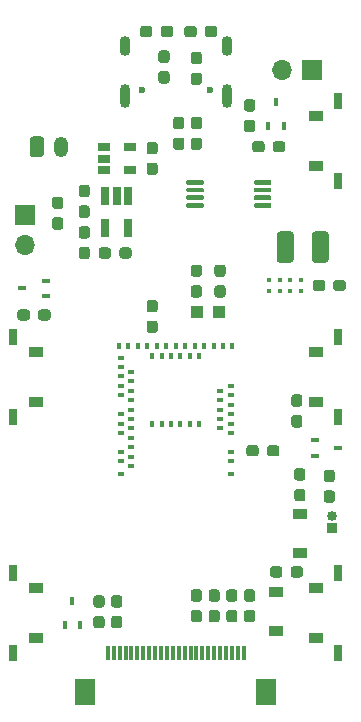
<source format=gbr>
%TF.GenerationSoftware,KiCad,Pcbnew,(5.99.0-2309-gaf729d578)*%
%TF.CreationDate,2020-07-18T18:02:02-04:00*%
%TF.ProjectId,mk2,6d6b322e-6b69-4636-9164-5f7063625858,rev?*%
%TF.SameCoordinates,Original*%
%TF.FileFunction,Soldermask,Top*%
%TF.FilePolarity,Negative*%
%FSLAX46Y46*%
G04 Gerber Fmt 4.6, Leading zero omitted, Abs format (unit mm)*
G04 Created by KiCad (PCBNEW (5.99.0-2309-gaf729d578)) date 2020-07-18 18:02:02*
%MOMM*%
%LPD*%
G01*
G04 APERTURE LIST*
%ADD10O,1.200000X1.750000*%
%ADD11O,0.850000X0.850000*%
%ADD12R,0.850000X0.850000*%
%ADD13R,0.700000X0.450000*%
%ADD14C,0.600000*%
%ADD15O,0.900000X1.700000*%
%ADD16O,0.900000X2.000000*%
%ADD17R,0.800000X1.450000*%
%ADD18R,1.270000X0.900000*%
%ADD19R,0.450000X0.700000*%
%ADD20O,1.700000X1.700000*%
%ADD21R,1.700000X1.700000*%
%ADD22R,1.050000X1.100000*%
%ADD23R,1.060000X0.650000*%
%ADD24R,0.650000X1.560000*%
%ADD25R,0.300000X1.300000*%
%ADD26R,1.800000X2.200000*%
%ADD27R,0.400000X0.420000*%
%ADD28R,0.600000X0.400000*%
%ADD29R,0.400000X0.600000*%
%ADD30R,1.200000X0.900000*%
G04 APERTURE END LIST*
D10*
%TO.C,BT1*%
X15250000Y-20500000D03*
G36*
G01*
X12650000Y-21125000D02*
X12650000Y-19875000D01*
G75*
G02*
X12900000Y-19625000I250000J0D01*
G01*
X13600000Y-19625000D01*
G75*
G02*
X13850000Y-19875000I0J-250000D01*
G01*
X13850000Y-21125000D01*
G75*
G02*
X13600000Y-21375000I-250000J0D01*
G01*
X12900000Y-21375000D01*
G75*
G02*
X12650000Y-21125000I0J250000D01*
G01*
G37*
%TD*%
D11*
%TO.C,J3*%
X38250000Y-51750000D03*
D12*
X38250000Y-52750000D03*
%TD*%
%TO.C,R16*%
G36*
G01*
X35487500Y-42525000D02*
X35012500Y-42525000D01*
G75*
G02*
X34775000Y-42287500I0J237500D01*
G01*
X34775000Y-41712500D01*
G75*
G02*
X35012500Y-41475000I237500J0D01*
G01*
X35487500Y-41475000D01*
G75*
G02*
X35725000Y-41712500I0J-237500D01*
G01*
X35725000Y-42287500D01*
G75*
G02*
X35487500Y-42525000I-237500J0D01*
G01*
G37*
G36*
G01*
X35487500Y-44275000D02*
X35012500Y-44275000D01*
G75*
G02*
X34775000Y-44037500I0J237500D01*
G01*
X34775000Y-43462500D01*
G75*
G02*
X35012500Y-43225000I237500J0D01*
G01*
X35487500Y-43225000D01*
G75*
G02*
X35725000Y-43462500I0J-237500D01*
G01*
X35725000Y-44037500D01*
G75*
G02*
X35487500Y-44275000I-237500J0D01*
G01*
G37*
%TD*%
%TO.C,R15*%
G36*
G01*
X37762500Y-49600000D02*
X38237500Y-49600000D01*
G75*
G02*
X38475000Y-49837500I0J-237500D01*
G01*
X38475000Y-50412500D01*
G75*
G02*
X38237500Y-50650000I-237500J0D01*
G01*
X37762500Y-50650000D01*
G75*
G02*
X37525000Y-50412500I0J237500D01*
G01*
X37525000Y-49837500D01*
G75*
G02*
X37762500Y-49600000I237500J0D01*
G01*
G37*
G36*
G01*
X37762500Y-47850000D02*
X38237500Y-47850000D01*
G75*
G02*
X38475000Y-48087500I0J-237500D01*
G01*
X38475000Y-48662500D01*
G75*
G02*
X38237500Y-48900000I-237500J0D01*
G01*
X37762500Y-48900000D01*
G75*
G02*
X37525000Y-48662500I0J237500D01*
G01*
X37525000Y-48087500D01*
G75*
G02*
X37762500Y-47850000I237500J0D01*
G01*
G37*
%TD*%
D13*
%TO.C,Q4*%
X38750000Y-46000000D03*
X36750000Y-46650000D03*
X36750000Y-45350000D03*
%TD*%
D14*
%TO.C,J2*%
X22110000Y-15700000D03*
X27890000Y-15700000D03*
D15*
X29320000Y-12010000D03*
X20680000Y-12010000D03*
D16*
X29320000Y-16180000D03*
X20680000Y-16180000D03*
%TD*%
D17*
%TO.C,SW5*%
X11250000Y-63375000D03*
X11250000Y-56625000D03*
D18*
X13135000Y-62100000D03*
X13135000Y-57900000D03*
%TD*%
D17*
%TO.C,SW4*%
X11250000Y-43375000D03*
X11250000Y-36625000D03*
D18*
X13135000Y-42100000D03*
X13135000Y-37900000D03*
%TD*%
D17*
%TO.C,SW3*%
X38750000Y-56625000D03*
X38750000Y-63375000D03*
D18*
X36865000Y-57900000D03*
X36865000Y-62100000D03*
%TD*%
D17*
%TO.C,SW2*%
X38750000Y-36625000D03*
X38750000Y-43375000D03*
D18*
X36865000Y-37900000D03*
X36865000Y-42100000D03*
%TD*%
D17*
%TO.C,SW1*%
X38750000Y-16625000D03*
X38750000Y-23375000D03*
D18*
X36865000Y-17900000D03*
X36865000Y-22100000D03*
%TD*%
%TO.C,R14*%
G36*
G01*
X33225000Y-20737500D02*
X33225000Y-20262500D01*
G75*
G02*
X33462500Y-20025000I237500J0D01*
G01*
X34037500Y-20025000D01*
G75*
G02*
X34275000Y-20262500I0J-237500D01*
G01*
X34275000Y-20737500D01*
G75*
G02*
X34037500Y-20975000I-237500J0D01*
G01*
X33462500Y-20975000D01*
G75*
G02*
X33225000Y-20737500I0J237500D01*
G01*
G37*
G36*
G01*
X31475000Y-20737500D02*
X31475000Y-20262500D01*
G75*
G02*
X31712500Y-20025000I237500J0D01*
G01*
X32287500Y-20025000D01*
G75*
G02*
X32525000Y-20262500I0J-237500D01*
G01*
X32525000Y-20737500D01*
G75*
G02*
X32287500Y-20975000I-237500J0D01*
G01*
X31712500Y-20975000D01*
G75*
G02*
X31475000Y-20737500I0J237500D01*
G01*
G37*
%TD*%
%TO.C,R13*%
G36*
G01*
X31487500Y-17525000D02*
X31012500Y-17525000D01*
G75*
G02*
X30775000Y-17287500I0J237500D01*
G01*
X30775000Y-16712500D01*
G75*
G02*
X31012500Y-16475000I237500J0D01*
G01*
X31487500Y-16475000D01*
G75*
G02*
X31725000Y-16712500I0J-237500D01*
G01*
X31725000Y-17287500D01*
G75*
G02*
X31487500Y-17525000I-237500J0D01*
G01*
G37*
G36*
G01*
X31487500Y-19275000D02*
X31012500Y-19275000D01*
G75*
G02*
X30775000Y-19037500I0J237500D01*
G01*
X30775000Y-18462500D01*
G75*
G02*
X31012500Y-18225000I237500J0D01*
G01*
X31487500Y-18225000D01*
G75*
G02*
X31725000Y-18462500I0J-237500D01*
G01*
X31725000Y-19037500D01*
G75*
G02*
X31487500Y-19275000I-237500J0D01*
G01*
G37*
%TD*%
%TO.C,R2*%
G36*
G01*
X14762500Y-26475000D02*
X15237500Y-26475000D01*
G75*
G02*
X15475000Y-26712500I0J-237500D01*
G01*
X15475000Y-27287500D01*
G75*
G02*
X15237500Y-27525000I-237500J0D01*
G01*
X14762500Y-27525000D01*
G75*
G02*
X14525000Y-27287500I0J237500D01*
G01*
X14525000Y-26712500D01*
G75*
G02*
X14762500Y-26475000I237500J0D01*
G01*
G37*
G36*
G01*
X14762500Y-24725000D02*
X15237500Y-24725000D01*
G75*
G02*
X15475000Y-24962500I0J-237500D01*
G01*
X15475000Y-25537500D01*
G75*
G02*
X15237500Y-25775000I-237500J0D01*
G01*
X14762500Y-25775000D01*
G75*
G02*
X14525000Y-25537500I0J237500D01*
G01*
X14525000Y-24962500D01*
G75*
G02*
X14762500Y-24725000I237500J0D01*
G01*
G37*
%TD*%
%TO.C,R1*%
G36*
G01*
X12650000Y-34512500D02*
X12650000Y-34987500D01*
G75*
G02*
X12412500Y-35225000I-237500J0D01*
G01*
X11837500Y-35225000D01*
G75*
G02*
X11600000Y-34987500I0J237500D01*
G01*
X11600000Y-34512500D01*
G75*
G02*
X11837500Y-34275000I237500J0D01*
G01*
X12412500Y-34275000D01*
G75*
G02*
X12650000Y-34512500I0J-237500D01*
G01*
G37*
G36*
G01*
X14400000Y-34512500D02*
X14400000Y-34987500D01*
G75*
G02*
X14162500Y-35225000I-237500J0D01*
G01*
X13587500Y-35225000D01*
G75*
G02*
X13350000Y-34987500I0J237500D01*
G01*
X13350000Y-34512500D01*
G75*
G02*
X13587500Y-34275000I237500J0D01*
G01*
X14162500Y-34275000D01*
G75*
G02*
X14400000Y-34512500I0J-237500D01*
G01*
G37*
%TD*%
D19*
%TO.C,Q3*%
X33500000Y-16750000D03*
X34150000Y-18750000D03*
X32850000Y-18750000D03*
%TD*%
D13*
%TO.C,Q2*%
X12000000Y-32500000D03*
X14000000Y-31850000D03*
X14000000Y-33150000D03*
%TD*%
D20*
%TO.C,D8*%
X33960000Y-14000000D03*
D21*
X36500000Y-14000000D03*
%TD*%
D20*
%TO.C,D7*%
X12250000Y-28790000D03*
D21*
X12250000Y-26250000D03*
%TD*%
%TO.C,C5*%
G36*
G01*
X36525000Y-30074999D02*
X36525000Y-27925001D01*
G75*
G02*
X36775001Y-27675000I250001J0D01*
G01*
X37699999Y-27675000D01*
G75*
G02*
X37950000Y-27925001I0J-250001D01*
G01*
X37950000Y-30074999D01*
G75*
G02*
X37699999Y-30325000I-250001J0D01*
G01*
X36775001Y-30325000D01*
G75*
G02*
X36525000Y-30074999I0J250001D01*
G01*
G37*
G36*
G01*
X33550000Y-30074999D02*
X33550000Y-27925001D01*
G75*
G02*
X33800001Y-27675000I250001J0D01*
G01*
X34724999Y-27675000D01*
G75*
G02*
X34975000Y-27925001I0J-250001D01*
G01*
X34975000Y-30074999D01*
G75*
G02*
X34724999Y-30325000I-250001J0D01*
G01*
X33800001Y-30325000D01*
G75*
G02*
X33550000Y-30074999I0J250001D01*
G01*
G37*
%TD*%
D22*
%TO.C,Y1*%
X28675000Y-34500000D03*
X26825000Y-34500000D03*
%TD*%
D23*
%TO.C,U3*%
X21100000Y-20550000D03*
X21100000Y-22450000D03*
X18900000Y-22450000D03*
X18900000Y-21500000D03*
X18900000Y-20550000D03*
%TD*%
D24*
%TO.C,U2*%
X20950000Y-27350000D03*
X19050000Y-27350000D03*
X19050000Y-24650000D03*
X20000000Y-24650000D03*
X20950000Y-24650000D03*
%TD*%
%TO.C,U1*%
G36*
G01*
X27375000Y-25375000D02*
X27375000Y-25575000D01*
G75*
G02*
X27275000Y-25675000I-100000J0D01*
G01*
X26000000Y-25675000D01*
G75*
G02*
X25900000Y-25575000I0J100000D01*
G01*
X25900000Y-25375000D01*
G75*
G02*
X26000000Y-25275000I100000J0D01*
G01*
X27275000Y-25275000D01*
G75*
G02*
X27375000Y-25375000I0J-100000D01*
G01*
G37*
G36*
G01*
X27375000Y-24725000D02*
X27375000Y-24925000D01*
G75*
G02*
X27275000Y-25025000I-100000J0D01*
G01*
X26000000Y-25025000D01*
G75*
G02*
X25900000Y-24925000I0J100000D01*
G01*
X25900000Y-24725000D01*
G75*
G02*
X26000000Y-24625000I100000J0D01*
G01*
X27275000Y-24625000D01*
G75*
G02*
X27375000Y-24725000I0J-100000D01*
G01*
G37*
G36*
G01*
X27375000Y-24075000D02*
X27375000Y-24275000D01*
G75*
G02*
X27275000Y-24375000I-100000J0D01*
G01*
X26000000Y-24375000D01*
G75*
G02*
X25900000Y-24275000I0J100000D01*
G01*
X25900000Y-24075000D01*
G75*
G02*
X26000000Y-23975000I100000J0D01*
G01*
X27275000Y-23975000D01*
G75*
G02*
X27375000Y-24075000I0J-100000D01*
G01*
G37*
G36*
G01*
X27375000Y-23425000D02*
X27375000Y-23625000D01*
G75*
G02*
X27275000Y-23725000I-100000J0D01*
G01*
X26000000Y-23725000D01*
G75*
G02*
X25900000Y-23625000I0J100000D01*
G01*
X25900000Y-23425000D01*
G75*
G02*
X26000000Y-23325000I100000J0D01*
G01*
X27275000Y-23325000D01*
G75*
G02*
X27375000Y-23425000I0J-100000D01*
G01*
G37*
G36*
G01*
X33100000Y-23425000D02*
X33100000Y-23625000D01*
G75*
G02*
X33000000Y-23725000I-100000J0D01*
G01*
X31725000Y-23725000D01*
G75*
G02*
X31625000Y-23625000I0J100000D01*
G01*
X31625000Y-23425000D01*
G75*
G02*
X31725000Y-23325000I100000J0D01*
G01*
X33000000Y-23325000D01*
G75*
G02*
X33100000Y-23425000I0J-100000D01*
G01*
G37*
G36*
G01*
X33100000Y-24075000D02*
X33100000Y-24275000D01*
G75*
G02*
X33000000Y-24375000I-100000J0D01*
G01*
X31725000Y-24375000D01*
G75*
G02*
X31625000Y-24275000I0J100000D01*
G01*
X31625000Y-24075000D01*
G75*
G02*
X31725000Y-23975000I100000J0D01*
G01*
X33000000Y-23975000D01*
G75*
G02*
X33100000Y-24075000I0J-100000D01*
G01*
G37*
G36*
G01*
X33100000Y-24725000D02*
X33100000Y-24925000D01*
G75*
G02*
X33000000Y-25025000I-100000J0D01*
G01*
X31725000Y-25025000D01*
G75*
G02*
X31625000Y-24925000I0J100000D01*
G01*
X31625000Y-24725000D01*
G75*
G02*
X31725000Y-24625000I100000J0D01*
G01*
X33000000Y-24625000D01*
G75*
G02*
X33100000Y-24725000I0J-100000D01*
G01*
G37*
G36*
G01*
X33100000Y-25375000D02*
X33100000Y-25575000D01*
G75*
G02*
X33000000Y-25675000I-100000J0D01*
G01*
X31725000Y-25675000D01*
G75*
G02*
X31625000Y-25575000I0J100000D01*
G01*
X31625000Y-25375000D01*
G75*
G02*
X31725000Y-25275000I100000J0D01*
G01*
X33000000Y-25275000D01*
G75*
G02*
X33100000Y-25375000I0J-100000D01*
G01*
G37*
%TD*%
%TO.C,R12*%
G36*
G01*
X26987500Y-13525000D02*
X26512500Y-13525000D01*
G75*
G02*
X26275000Y-13287500I0J237500D01*
G01*
X26275000Y-12712500D01*
G75*
G02*
X26512500Y-12475000I237500J0D01*
G01*
X26987500Y-12475000D01*
G75*
G02*
X27225000Y-12712500I0J-237500D01*
G01*
X27225000Y-13287500D01*
G75*
G02*
X26987500Y-13525000I-237500J0D01*
G01*
G37*
G36*
G01*
X26987500Y-15275000D02*
X26512500Y-15275000D01*
G75*
G02*
X26275000Y-15037500I0J237500D01*
G01*
X26275000Y-14462500D01*
G75*
G02*
X26512500Y-14225000I237500J0D01*
G01*
X26987500Y-14225000D01*
G75*
G02*
X27225000Y-14462500I0J-237500D01*
G01*
X27225000Y-15037500D01*
G75*
G02*
X26987500Y-15275000I-237500J0D01*
G01*
G37*
%TD*%
%TO.C,R11*%
G36*
G01*
X24237500Y-13400000D02*
X23762500Y-13400000D01*
G75*
G02*
X23525000Y-13162500I0J237500D01*
G01*
X23525000Y-12587500D01*
G75*
G02*
X23762500Y-12350000I237500J0D01*
G01*
X24237500Y-12350000D01*
G75*
G02*
X24475000Y-12587500I0J-237500D01*
G01*
X24475000Y-13162500D01*
G75*
G02*
X24237500Y-13400000I-237500J0D01*
G01*
G37*
G36*
G01*
X24237500Y-15150000D02*
X23762500Y-15150000D01*
G75*
G02*
X23525000Y-14912500I0J237500D01*
G01*
X23525000Y-14337500D01*
G75*
G02*
X23762500Y-14100000I237500J0D01*
G01*
X24237500Y-14100000D01*
G75*
G02*
X24475000Y-14337500I0J-237500D01*
G01*
X24475000Y-14912500D01*
G75*
G02*
X24237500Y-15150000I-237500J0D01*
G01*
G37*
%TD*%
%TO.C,R10*%
G36*
G01*
X26775000Y-10512500D02*
X26775000Y-10987500D01*
G75*
G02*
X26537500Y-11225000I-237500J0D01*
G01*
X25962500Y-11225000D01*
G75*
G02*
X25725000Y-10987500I0J237500D01*
G01*
X25725000Y-10512500D01*
G75*
G02*
X25962500Y-10275000I237500J0D01*
G01*
X26537500Y-10275000D01*
G75*
G02*
X26775000Y-10512500I0J-237500D01*
G01*
G37*
G36*
G01*
X28525000Y-10512500D02*
X28525000Y-10987500D01*
G75*
G02*
X28287500Y-11225000I-237500J0D01*
G01*
X27712500Y-11225000D01*
G75*
G02*
X27475000Y-10987500I0J237500D01*
G01*
X27475000Y-10512500D01*
G75*
G02*
X27712500Y-10275000I237500J0D01*
G01*
X28287500Y-10275000D01*
G75*
G02*
X28525000Y-10512500I0J-237500D01*
G01*
G37*
%TD*%
%TO.C,R9*%
G36*
G01*
X22762500Y-21850000D02*
X23237500Y-21850000D01*
G75*
G02*
X23475000Y-22087500I0J-237500D01*
G01*
X23475000Y-22662500D01*
G75*
G02*
X23237500Y-22900000I-237500J0D01*
G01*
X22762500Y-22900000D01*
G75*
G02*
X22525000Y-22662500I0J237500D01*
G01*
X22525000Y-22087500D01*
G75*
G02*
X22762500Y-21850000I237500J0D01*
G01*
G37*
G36*
G01*
X22762500Y-20100000D02*
X23237500Y-20100000D01*
G75*
G02*
X23475000Y-20337500I0J-237500D01*
G01*
X23475000Y-20912500D01*
G75*
G02*
X23237500Y-21150000I-237500J0D01*
G01*
X22762500Y-21150000D01*
G75*
G02*
X22525000Y-20912500I0J237500D01*
G01*
X22525000Y-20337500D01*
G75*
G02*
X22762500Y-20100000I237500J0D01*
G01*
G37*
%TD*%
%TO.C,R5*%
G36*
G01*
X32025000Y-46012500D02*
X32025000Y-46487500D01*
G75*
G02*
X31787500Y-46725000I-237500J0D01*
G01*
X31212500Y-46725000D01*
G75*
G02*
X30975000Y-46487500I0J237500D01*
G01*
X30975000Y-46012500D01*
G75*
G02*
X31212500Y-45775000I237500J0D01*
G01*
X31787500Y-45775000D01*
G75*
G02*
X32025000Y-46012500I0J-237500D01*
G01*
G37*
G36*
G01*
X33775000Y-46012500D02*
X33775000Y-46487500D01*
G75*
G02*
X33537500Y-46725000I-237500J0D01*
G01*
X32962500Y-46725000D01*
G75*
G02*
X32725000Y-46487500I0J237500D01*
G01*
X32725000Y-46012500D01*
G75*
G02*
X32962500Y-45775000I237500J0D01*
G01*
X33537500Y-45775000D01*
G75*
G02*
X33775000Y-46012500I0J-237500D01*
G01*
G37*
%TD*%
%TO.C,R4*%
G36*
G01*
X26987500Y-19025000D02*
X26512500Y-19025000D01*
G75*
G02*
X26275000Y-18787500I0J237500D01*
G01*
X26275000Y-18212500D01*
G75*
G02*
X26512500Y-17975000I237500J0D01*
G01*
X26987500Y-17975000D01*
G75*
G02*
X27225000Y-18212500I0J-237500D01*
G01*
X27225000Y-18787500D01*
G75*
G02*
X26987500Y-19025000I-237500J0D01*
G01*
G37*
G36*
G01*
X26987500Y-20775000D02*
X26512500Y-20775000D01*
G75*
G02*
X26275000Y-20537500I0J237500D01*
G01*
X26275000Y-19962500D01*
G75*
G02*
X26512500Y-19725000I237500J0D01*
G01*
X26987500Y-19725000D01*
G75*
G02*
X27225000Y-19962500I0J-237500D01*
G01*
X27225000Y-20537500D01*
G75*
G02*
X26987500Y-20775000I-237500J0D01*
G01*
G37*
%TD*%
%TO.C,R3*%
G36*
G01*
X25487500Y-19025000D02*
X25012500Y-19025000D01*
G75*
G02*
X24775000Y-18787500I0J237500D01*
G01*
X24775000Y-18212500D01*
G75*
G02*
X25012500Y-17975000I237500J0D01*
G01*
X25487500Y-17975000D01*
G75*
G02*
X25725000Y-18212500I0J-237500D01*
G01*
X25725000Y-18787500D01*
G75*
G02*
X25487500Y-19025000I-237500J0D01*
G01*
G37*
G36*
G01*
X25487500Y-20775000D02*
X25012500Y-20775000D01*
G75*
G02*
X24775000Y-20537500I0J237500D01*
G01*
X24775000Y-19962500D01*
G75*
G02*
X25012500Y-19725000I237500J0D01*
G01*
X25487500Y-19725000D01*
G75*
G02*
X25725000Y-19962500I0J-237500D01*
G01*
X25725000Y-20537500D01*
G75*
G02*
X25487500Y-20775000I-237500J0D01*
G01*
G37*
%TD*%
D19*
%TO.C,Q1*%
X16250000Y-59000000D03*
X16900000Y-61000000D03*
X15600000Y-61000000D03*
%TD*%
%TO.C,L2*%
G36*
G01*
X35262500Y-49475000D02*
X35737500Y-49475000D01*
G75*
G02*
X35975000Y-49712500I0J-237500D01*
G01*
X35975000Y-50287500D01*
G75*
G02*
X35737500Y-50525000I-237500J0D01*
G01*
X35262500Y-50525000D01*
G75*
G02*
X35025000Y-50287500I0J237500D01*
G01*
X35025000Y-49712500D01*
G75*
G02*
X35262500Y-49475000I237500J0D01*
G01*
G37*
G36*
G01*
X35262500Y-47725000D02*
X35737500Y-47725000D01*
G75*
G02*
X35975000Y-47962500I0J-237500D01*
G01*
X35975000Y-48537500D01*
G75*
G02*
X35737500Y-48775000I-237500J0D01*
G01*
X35262500Y-48775000D01*
G75*
G02*
X35025000Y-48537500I0J237500D01*
G01*
X35025000Y-47962500D01*
G75*
G02*
X35262500Y-47725000I237500J0D01*
G01*
G37*
%TD*%
%TO.C,L1*%
G36*
G01*
X19525000Y-29262500D02*
X19525000Y-29737500D01*
G75*
G02*
X19287500Y-29975000I-237500J0D01*
G01*
X18712500Y-29975000D01*
G75*
G02*
X18475000Y-29737500I0J237500D01*
G01*
X18475000Y-29262500D01*
G75*
G02*
X18712500Y-29025000I237500J0D01*
G01*
X19287500Y-29025000D01*
G75*
G02*
X19525000Y-29262500I0J-237500D01*
G01*
G37*
G36*
G01*
X21275000Y-29262500D02*
X21275000Y-29737500D01*
G75*
G02*
X21037500Y-29975000I-237500J0D01*
G01*
X20462500Y-29975000D01*
G75*
G02*
X20225000Y-29737500I0J237500D01*
G01*
X20225000Y-29262500D01*
G75*
G02*
X20462500Y-29025000I237500J0D01*
G01*
X21037500Y-29025000D01*
G75*
G02*
X21275000Y-29262500I0J-237500D01*
G01*
G37*
%TD*%
D25*
%TO.C,J1*%
X30750000Y-63400000D03*
X30250000Y-63400000D03*
X29750000Y-63400000D03*
X29250000Y-63400000D03*
X28750000Y-63400000D03*
X28250000Y-63400000D03*
X27750000Y-63400000D03*
X27250000Y-63400000D03*
X26750000Y-63400000D03*
X26250000Y-63400000D03*
X25750000Y-63400000D03*
X25250000Y-63400000D03*
X24750000Y-63400000D03*
X24250000Y-63400000D03*
X23750000Y-63400000D03*
X23250000Y-63400000D03*
X22750000Y-63400000D03*
X22250000Y-63400000D03*
X21750000Y-63400000D03*
X21250000Y-63400000D03*
X20750000Y-63400000D03*
X20250000Y-63400000D03*
X19750000Y-63400000D03*
X19250000Y-63400000D03*
D26*
X17350000Y-66650000D03*
X32650000Y-66650000D03*
%TD*%
D27*
%TO.C,IC2*%
X35600000Y-32700000D03*
X34700000Y-32700000D03*
X33800000Y-32700000D03*
X32900000Y-32700000D03*
X35600000Y-31800000D03*
X34700000Y-31800000D03*
X33800000Y-31800000D03*
X32900000Y-31800000D03*
%TD*%
D28*
%TO.C,IC1*%
X29650000Y-48250000D03*
X29650000Y-47150000D03*
X29650000Y-46350000D03*
X29650000Y-44750000D03*
X28750000Y-44350000D03*
X29650000Y-43950000D03*
X28750000Y-43550000D03*
X29650000Y-43150000D03*
X28750000Y-42750000D03*
X29650000Y-42350000D03*
X28750000Y-41950000D03*
X29650000Y-41550000D03*
X28750000Y-41150000D03*
X29650000Y-40750000D03*
D29*
X29800000Y-37350000D03*
X29000000Y-37350000D03*
X28200000Y-37350000D03*
X27400000Y-37350000D03*
X27000000Y-38250000D03*
X26600000Y-37350000D03*
X26200000Y-38250000D03*
X25800000Y-37350000D03*
X25400000Y-38250000D03*
X25000000Y-37350000D03*
X24600000Y-38250000D03*
X24200000Y-37350000D03*
X23800000Y-38250000D03*
X23400000Y-37350000D03*
X23000000Y-38250000D03*
X22600000Y-37350000D03*
X21800000Y-37350000D03*
X21000000Y-37350000D03*
X20200000Y-37350000D03*
D28*
X20350000Y-38350000D03*
X20350000Y-39150000D03*
X21250000Y-39550000D03*
X20350000Y-39950000D03*
X21250000Y-40350000D03*
X20350000Y-40750000D03*
X21250000Y-41150000D03*
X20350000Y-41550000D03*
X21250000Y-41950000D03*
X21250000Y-42750000D03*
X20350000Y-43150000D03*
X21250000Y-43550000D03*
X20350000Y-43950000D03*
X21250000Y-44350000D03*
X20350000Y-44750000D03*
X21250000Y-45150000D03*
X21250000Y-45950000D03*
X20350000Y-46350000D03*
X21250000Y-46750000D03*
X20350000Y-47150000D03*
X21250000Y-47550000D03*
X20350000Y-48250000D03*
D29*
X27000000Y-43950000D03*
X26200000Y-43950000D03*
X25400000Y-43950000D03*
X24600000Y-43950000D03*
X23800000Y-43950000D03*
X23000000Y-43950000D03*
%TD*%
%TO.C,D6*%
G36*
G01*
X23025000Y-10512500D02*
X23025000Y-10987500D01*
G75*
G02*
X22787500Y-11225000I-237500J0D01*
G01*
X22212500Y-11225000D01*
G75*
G02*
X21975000Y-10987500I0J237500D01*
G01*
X21975000Y-10512500D01*
G75*
G02*
X22212500Y-10275000I237500J0D01*
G01*
X22787500Y-10275000D01*
G75*
G02*
X23025000Y-10512500I0J-237500D01*
G01*
G37*
G36*
G01*
X24775000Y-10512500D02*
X24775000Y-10987500D01*
G75*
G02*
X24537500Y-11225000I-237500J0D01*
G01*
X23962500Y-11225000D01*
G75*
G02*
X23725000Y-10987500I0J237500D01*
G01*
X23725000Y-10512500D01*
G75*
G02*
X23962500Y-10275000I237500J0D01*
G01*
X24537500Y-10275000D01*
G75*
G02*
X24775000Y-10512500I0J-237500D01*
G01*
G37*
%TD*%
D30*
%TO.C,D5*%
X35500000Y-54900000D03*
X35500000Y-51600000D03*
%TD*%
%TO.C,D4*%
X33500000Y-61500000D03*
X33500000Y-58200000D03*
%TD*%
%TO.C,D2*%
G36*
G01*
X38350000Y-32487500D02*
X38350000Y-32012500D01*
G75*
G02*
X38587500Y-31775000I237500J0D01*
G01*
X39162500Y-31775000D01*
G75*
G02*
X39400000Y-32012500I0J-237500D01*
G01*
X39400000Y-32487500D01*
G75*
G02*
X39162500Y-32725000I-237500J0D01*
G01*
X38587500Y-32725000D01*
G75*
G02*
X38350000Y-32487500I0J237500D01*
G01*
G37*
G36*
G01*
X36600000Y-32487500D02*
X36600000Y-32012500D01*
G75*
G02*
X36837500Y-31775000I237500J0D01*
G01*
X37412500Y-31775000D01*
G75*
G02*
X37650000Y-32012500I0J-237500D01*
G01*
X37650000Y-32487500D01*
G75*
G02*
X37412500Y-32725000I-237500J0D01*
G01*
X36837500Y-32725000D01*
G75*
G02*
X36600000Y-32487500I0J237500D01*
G01*
G37*
%TD*%
%TO.C,C19*%
G36*
G01*
X31012500Y-59725000D02*
X31487500Y-59725000D01*
G75*
G02*
X31725000Y-59962500I0J-237500D01*
G01*
X31725000Y-60537500D01*
G75*
G02*
X31487500Y-60775000I-237500J0D01*
G01*
X31012500Y-60775000D01*
G75*
G02*
X30775000Y-60537500I0J237500D01*
G01*
X30775000Y-59962500D01*
G75*
G02*
X31012500Y-59725000I237500J0D01*
G01*
G37*
G36*
G01*
X31012500Y-57975000D02*
X31487500Y-57975000D01*
G75*
G02*
X31725000Y-58212500I0J-237500D01*
G01*
X31725000Y-58787500D01*
G75*
G02*
X31487500Y-59025000I-237500J0D01*
G01*
X31012500Y-59025000D01*
G75*
G02*
X30775000Y-58787500I0J237500D01*
G01*
X30775000Y-58212500D01*
G75*
G02*
X31012500Y-57975000I237500J0D01*
G01*
G37*
%TD*%
%TO.C,C18*%
G36*
G01*
X29512500Y-59725000D02*
X29987500Y-59725000D01*
G75*
G02*
X30225000Y-59962500I0J-237500D01*
G01*
X30225000Y-60537500D01*
G75*
G02*
X29987500Y-60775000I-237500J0D01*
G01*
X29512500Y-60775000D01*
G75*
G02*
X29275000Y-60537500I0J237500D01*
G01*
X29275000Y-59962500D01*
G75*
G02*
X29512500Y-59725000I237500J0D01*
G01*
G37*
G36*
G01*
X29512500Y-57975000D02*
X29987500Y-57975000D01*
G75*
G02*
X30225000Y-58212500I0J-237500D01*
G01*
X30225000Y-58787500D01*
G75*
G02*
X29987500Y-59025000I-237500J0D01*
G01*
X29512500Y-59025000D01*
G75*
G02*
X29275000Y-58787500I0J237500D01*
G01*
X29275000Y-58212500D01*
G75*
G02*
X29512500Y-57975000I237500J0D01*
G01*
G37*
%TD*%
%TO.C,C17*%
G36*
G01*
X28012500Y-59725000D02*
X28487500Y-59725000D01*
G75*
G02*
X28725000Y-59962500I0J-237500D01*
G01*
X28725000Y-60537500D01*
G75*
G02*
X28487500Y-60775000I-237500J0D01*
G01*
X28012500Y-60775000D01*
G75*
G02*
X27775000Y-60537500I0J237500D01*
G01*
X27775000Y-59962500D01*
G75*
G02*
X28012500Y-59725000I237500J0D01*
G01*
G37*
G36*
G01*
X28012500Y-57975000D02*
X28487500Y-57975000D01*
G75*
G02*
X28725000Y-58212500I0J-237500D01*
G01*
X28725000Y-58787500D01*
G75*
G02*
X28487500Y-59025000I-237500J0D01*
G01*
X28012500Y-59025000D01*
G75*
G02*
X27775000Y-58787500I0J237500D01*
G01*
X27775000Y-58212500D01*
G75*
G02*
X28012500Y-57975000I237500J0D01*
G01*
G37*
%TD*%
%TO.C,C16*%
G36*
G01*
X19762500Y-60225000D02*
X20237500Y-60225000D01*
G75*
G02*
X20475000Y-60462500I0J-237500D01*
G01*
X20475000Y-61037500D01*
G75*
G02*
X20237500Y-61275000I-237500J0D01*
G01*
X19762500Y-61275000D01*
G75*
G02*
X19525000Y-61037500I0J237500D01*
G01*
X19525000Y-60462500D01*
G75*
G02*
X19762500Y-60225000I237500J0D01*
G01*
G37*
G36*
G01*
X19762500Y-58475000D02*
X20237500Y-58475000D01*
G75*
G02*
X20475000Y-58712500I0J-237500D01*
G01*
X20475000Y-59287500D01*
G75*
G02*
X20237500Y-59525000I-237500J0D01*
G01*
X19762500Y-59525000D01*
G75*
G02*
X19525000Y-59287500I0J237500D01*
G01*
X19525000Y-58712500D01*
G75*
G02*
X19762500Y-58475000I237500J0D01*
G01*
G37*
%TD*%
%TO.C,C14*%
G36*
G01*
X18262500Y-60225000D02*
X18737500Y-60225000D01*
G75*
G02*
X18975000Y-60462500I0J-237500D01*
G01*
X18975000Y-61037500D01*
G75*
G02*
X18737500Y-61275000I-237500J0D01*
G01*
X18262500Y-61275000D01*
G75*
G02*
X18025000Y-61037500I0J237500D01*
G01*
X18025000Y-60462500D01*
G75*
G02*
X18262500Y-60225000I237500J0D01*
G01*
G37*
G36*
G01*
X18262500Y-58475000D02*
X18737500Y-58475000D01*
G75*
G02*
X18975000Y-58712500I0J-237500D01*
G01*
X18975000Y-59287500D01*
G75*
G02*
X18737500Y-59525000I-237500J0D01*
G01*
X18262500Y-59525000D01*
G75*
G02*
X18025000Y-59287500I0J237500D01*
G01*
X18025000Y-58712500D01*
G75*
G02*
X18262500Y-58475000I237500J0D01*
G01*
G37*
%TD*%
%TO.C,C13*%
G36*
G01*
X26512500Y-59725000D02*
X26987500Y-59725000D01*
G75*
G02*
X27225000Y-59962500I0J-237500D01*
G01*
X27225000Y-60537500D01*
G75*
G02*
X26987500Y-60775000I-237500J0D01*
G01*
X26512500Y-60775000D01*
G75*
G02*
X26275000Y-60537500I0J237500D01*
G01*
X26275000Y-59962500D01*
G75*
G02*
X26512500Y-59725000I237500J0D01*
G01*
G37*
G36*
G01*
X26512500Y-57975000D02*
X26987500Y-57975000D01*
G75*
G02*
X27225000Y-58212500I0J-237500D01*
G01*
X27225000Y-58787500D01*
G75*
G02*
X26987500Y-59025000I-237500J0D01*
G01*
X26512500Y-59025000D01*
G75*
G02*
X26275000Y-58787500I0J237500D01*
G01*
X26275000Y-58212500D01*
G75*
G02*
X26512500Y-57975000I237500J0D01*
G01*
G37*
%TD*%
%TO.C,C8*%
G36*
G01*
X34725000Y-56737500D02*
X34725000Y-56262500D01*
G75*
G02*
X34962500Y-56025000I237500J0D01*
G01*
X35537500Y-56025000D01*
G75*
G02*
X35775000Y-56262500I0J-237500D01*
G01*
X35775000Y-56737500D01*
G75*
G02*
X35537500Y-56975000I-237500J0D01*
G01*
X34962500Y-56975000D01*
G75*
G02*
X34725000Y-56737500I0J237500D01*
G01*
G37*
G36*
G01*
X32975000Y-56737500D02*
X32975000Y-56262500D01*
G75*
G02*
X33212500Y-56025000I237500J0D01*
G01*
X33787500Y-56025000D01*
G75*
G02*
X34025000Y-56262500I0J-237500D01*
G01*
X34025000Y-56737500D01*
G75*
G02*
X33787500Y-56975000I-237500J0D01*
G01*
X33212500Y-56975000D01*
G75*
G02*
X32975000Y-56737500I0J237500D01*
G01*
G37*
%TD*%
%TO.C,C7*%
G36*
G01*
X17487500Y-28275000D02*
X17012500Y-28275000D01*
G75*
G02*
X16775000Y-28037500I0J237500D01*
G01*
X16775000Y-27462500D01*
G75*
G02*
X17012500Y-27225000I237500J0D01*
G01*
X17487500Y-27225000D01*
G75*
G02*
X17725000Y-27462500I0J-237500D01*
G01*
X17725000Y-28037500D01*
G75*
G02*
X17487500Y-28275000I-237500J0D01*
G01*
G37*
G36*
G01*
X17487500Y-30025000D02*
X17012500Y-30025000D01*
G75*
G02*
X16775000Y-29787500I0J237500D01*
G01*
X16775000Y-29212500D01*
G75*
G02*
X17012500Y-28975000I237500J0D01*
G01*
X17487500Y-28975000D01*
G75*
G02*
X17725000Y-29212500I0J-237500D01*
G01*
X17725000Y-29787500D01*
G75*
G02*
X17487500Y-30025000I-237500J0D01*
G01*
G37*
%TD*%
%TO.C,C4*%
G36*
G01*
X17012500Y-25475000D02*
X17487500Y-25475000D01*
G75*
G02*
X17725000Y-25712500I0J-237500D01*
G01*
X17725000Y-26287500D01*
G75*
G02*
X17487500Y-26525000I-237500J0D01*
G01*
X17012500Y-26525000D01*
G75*
G02*
X16775000Y-26287500I0J237500D01*
G01*
X16775000Y-25712500D01*
G75*
G02*
X17012500Y-25475000I237500J0D01*
G01*
G37*
G36*
G01*
X17012500Y-23725000D02*
X17487500Y-23725000D01*
G75*
G02*
X17725000Y-23962500I0J-237500D01*
G01*
X17725000Y-24537500D01*
G75*
G02*
X17487500Y-24775000I-237500J0D01*
G01*
X17012500Y-24775000D01*
G75*
G02*
X16775000Y-24537500I0J237500D01*
G01*
X16775000Y-23962500D01*
G75*
G02*
X17012500Y-23725000I237500J0D01*
G01*
G37*
%TD*%
%TO.C,C3*%
G36*
G01*
X23237500Y-34525000D02*
X22762500Y-34525000D01*
G75*
G02*
X22525000Y-34287500I0J237500D01*
G01*
X22525000Y-33712500D01*
G75*
G02*
X22762500Y-33475000I237500J0D01*
G01*
X23237500Y-33475000D01*
G75*
G02*
X23475000Y-33712500I0J-237500D01*
G01*
X23475000Y-34287500D01*
G75*
G02*
X23237500Y-34525000I-237500J0D01*
G01*
G37*
G36*
G01*
X23237500Y-36275000D02*
X22762500Y-36275000D01*
G75*
G02*
X22525000Y-36037500I0J237500D01*
G01*
X22525000Y-35462500D01*
G75*
G02*
X22762500Y-35225000I237500J0D01*
G01*
X23237500Y-35225000D01*
G75*
G02*
X23475000Y-35462500I0J-237500D01*
G01*
X23475000Y-36037500D01*
G75*
G02*
X23237500Y-36275000I-237500J0D01*
G01*
G37*
%TD*%
%TO.C,C2*%
G36*
G01*
X26512500Y-32225000D02*
X26987500Y-32225000D01*
G75*
G02*
X27225000Y-32462500I0J-237500D01*
G01*
X27225000Y-33037500D01*
G75*
G02*
X26987500Y-33275000I-237500J0D01*
G01*
X26512500Y-33275000D01*
G75*
G02*
X26275000Y-33037500I0J237500D01*
G01*
X26275000Y-32462500D01*
G75*
G02*
X26512500Y-32225000I237500J0D01*
G01*
G37*
G36*
G01*
X26512500Y-30475000D02*
X26987500Y-30475000D01*
G75*
G02*
X27225000Y-30712500I0J-237500D01*
G01*
X27225000Y-31287500D01*
G75*
G02*
X26987500Y-31525000I-237500J0D01*
G01*
X26512500Y-31525000D01*
G75*
G02*
X26275000Y-31287500I0J237500D01*
G01*
X26275000Y-30712500D01*
G75*
G02*
X26512500Y-30475000I237500J0D01*
G01*
G37*
%TD*%
%TO.C,C1*%
G36*
G01*
X28512500Y-32225000D02*
X28987500Y-32225000D01*
G75*
G02*
X29225000Y-32462500I0J-237500D01*
G01*
X29225000Y-33037500D01*
G75*
G02*
X28987500Y-33275000I-237500J0D01*
G01*
X28512500Y-33275000D01*
G75*
G02*
X28275000Y-33037500I0J237500D01*
G01*
X28275000Y-32462500D01*
G75*
G02*
X28512500Y-32225000I237500J0D01*
G01*
G37*
G36*
G01*
X28512500Y-30475000D02*
X28987500Y-30475000D01*
G75*
G02*
X29225000Y-30712500I0J-237500D01*
G01*
X29225000Y-31287500D01*
G75*
G02*
X28987500Y-31525000I-237500J0D01*
G01*
X28512500Y-31525000D01*
G75*
G02*
X28275000Y-31287500I0J237500D01*
G01*
X28275000Y-30712500D01*
G75*
G02*
X28512500Y-30475000I237500J0D01*
G01*
G37*
%TD*%
M02*

</source>
